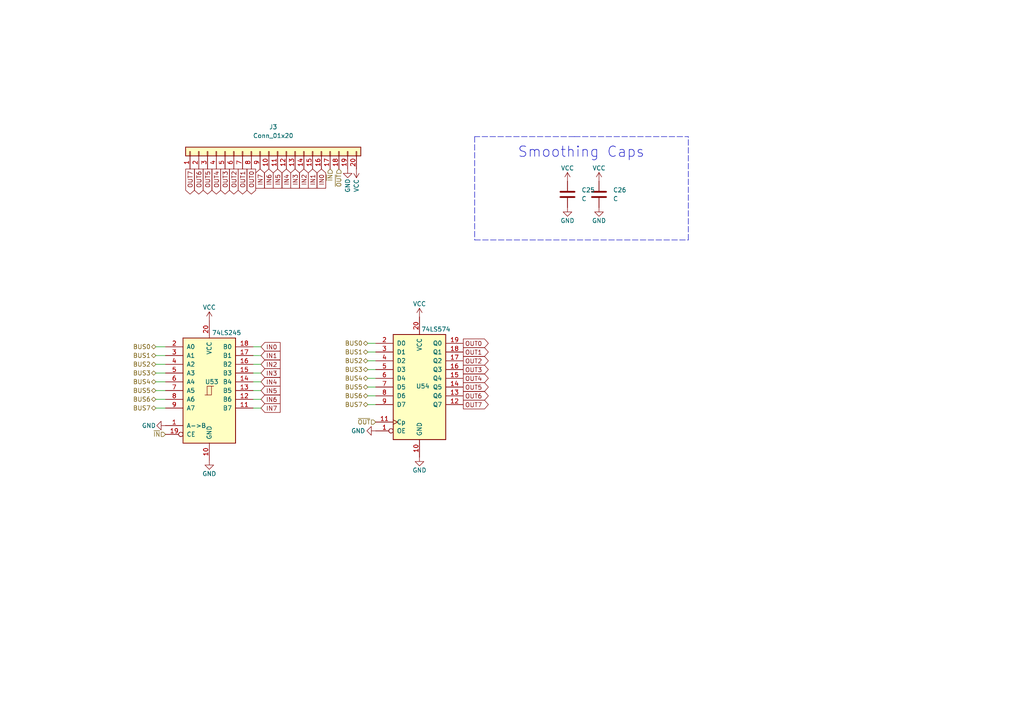
<source format=kicad_sch>
(kicad_sch (version 20211123) (generator eeschema)
  (paper "A4")
  (lib_symbols
    (symbol "74xx:74LS245" (pin_names (offset 1.016))
      (property "Reference" "U" (at -7.62 16.51 0))
      (property "Value" "74LS245" (at -7.62 -16.51 0))
      (symbol "74LS245_1_0"
        (polyline (pts (xy -0.635 -1.27) (xy -0.635 1.27) (xy 0.635 1.27)))
        (polyline (pts (xy -1.27 -1.27) (xy 0.635 -1.27) (xy 0.635 1.27) (xy 1.27 1.27)))
        (pin input line (at -12.7 -10.16 0) (length 5.08) (name "A->B") (number "1"))
        (pin power_in line (at 0 -20.32 90) (length 5.08) (name "GND") (number "10"))
        (pin tri_state line (at 12.7 -5.08 180) (length 5.08) (name "B7") (number "11"))
        (pin tri_state line (at 12.7 -2.54 180) (length 5.08) (name "B6") (number "12"))
        (pin tri_state line (at 12.7 0 180) (length 5.08) (name "B5") (number "13"))
        (pin tri_state line (at 12.7 2.54 180) (length 5.08) (name "B4") (number "14"))
        (pin tri_state line (at 12.7 5.08 180) (length 5.08) (name "B3") (number "15"))
        (pin tri_state line (at 12.7 7.62 180) (length 5.08) (name "B2") (number "16"))
        (pin tri_state line (at 12.7 10.16 180) (length 5.08) (name "B1") (number "17"))
        (pin tri_state line (at 12.7 12.7 180) (length 5.08) (name "B0") (number "18"))
        (pin input inverted (at -12.7 -12.7 0) (length 5.08) (name "CE") (number "19"))
        (pin tri_state line (at -12.7 12.7 0) (length 5.08) (name "A0") (number "2"))
        (pin power_in line (at 0 20.32 270) (length 5.08) (name "VCC") (number "20"))
        (pin tri_state line (at -12.7 10.16 0) (length 5.08) (name "A1") (number "3"))
        (pin tri_state line (at -12.7 7.62 0) (length 5.08) (name "A2") (number "4"))
        (pin tri_state line (at -12.7 5.08 0) (length 5.08) (name "A3") (number "5"))
        (pin tri_state line (at -12.7 2.54 0) (length 5.08) (name "A4") (number "6"))
        (pin tri_state line (at -12.7 0 0) (length 5.08) (name "A5") (number "7"))
        (pin tri_state line (at -12.7 -2.54 0) (length 5.08) (name "A6") (number "8"))
        (pin tri_state line (at -12.7 -5.08 0) (length 5.08) (name "A7") (number "9"))
      )
      (symbol "74LS245_1_1"
        (rectangle (start -7.62 15.24) (end 7.62 -15.24) (stroke (width 0.254)) (fill (type background)))
      )
    )
    (symbol "74xx:74LS574" (pin_names (offset 1.016))
      (property "Reference" "U" (at -7.62 16.51 0))
      (property "Value" "74LS574" (at -7.62 -16.51 0))
      (symbol "74LS574_1_0"
        (pin input inverted (at -12.7 -12.7 0) (length 5.08) (name "OE") (number "1"))
        (pin power_in line (at 0 -20.32 90) (length 5.08) (name "GND") (number "10"))
        (pin input clock (at -12.7 -10.16 0) (length 5.08) (name "Cp") (number "11"))
        (pin tri_state line (at 12.7 -5.08 180) (length 5.08) (name "Q7") (number "12"))
        (pin tri_state line (at 12.7 -2.54 180) (length 5.08) (name "Q6") (number "13"))
        (pin tri_state line (at 12.7 0 180) (length 5.08) (name "Q5") (number "14"))
        (pin tri_state line (at 12.7 2.54 180) (length 5.08) (name "Q4") (number "15"))
        (pin tri_state line (at 12.7 5.08 180) (length 5.08) (name "Q3") (number "16"))
        (pin tri_state line (at 12.7 7.62 180) (length 5.08) (name "Q2") (number "17"))
        (pin tri_state line (at 12.7 10.16 180) (length 5.08) (name "Q1") (number "18"))
        (pin tri_state line (at 12.7 12.7 180) (length 5.08) (name "Q0") (number "19"))
        (pin input line (at -12.7 12.7 0) (length 5.08) (name "D0") (number "2"))
        (pin power_in line (at 0 20.32 270) (length 5.08) (name "VCC") (number "20"))
        (pin input line (at -12.7 10.16 0) (length 5.08) (name "D1") (number "3"))
        (pin input line (at -12.7 7.62 0) (length 5.08) (name "D2") (number "4"))
        (pin input line (at -12.7 5.08 0) (length 5.08) (name "D3") (number "5"))
        (pin input line (at -12.7 2.54 0) (length 5.08) (name "D4") (number "6"))
        (pin input line (at -12.7 0 0) (length 5.08) (name "D5") (number "7"))
        (pin input line (at -12.7 -2.54 0) (length 5.08) (name "D6") (number "8"))
        (pin input line (at -12.7 -5.08 0) (length 5.08) (name "D7") (number "9"))
      )
      (symbol "74LS574_1_1"
        (rectangle (start -7.62 15.24) (end 7.62 -15.24) (stroke (width 0.254)) (fill (type background)))
      )
    )
    (symbol "Connector_Generic:Conn_01x20" (pin_names (offset 1.016) hide)
      (property "Reference" "J" (at 0 25.4 0))
      (property "Value" "Conn_01x20" (at 0 -27.94 0))
      (symbol "Conn_01x20_1_1"
        (rectangle (start -1.27 -25.273) (end 0 -25.527) (stroke (width 0.1524)))
        (rectangle (start -1.27 -22.733) (end 0 -22.987) (stroke (width 0.1524)))
        (rectangle (start -1.27 -20.193) (end 0 -20.447) (stroke (width 0.1524)))
        (rectangle (start -1.27 -17.653) (end 0 -17.907) (stroke (width 0.1524)))
        (rectangle (start -1.27 -15.113) (end 0 -15.367) (stroke (width 0.1524)))
        (rectangle (start -1.27 -12.573) (end 0 -12.827) (stroke (width 0.1524)))
        (rectangle (start -1.27 -10.033) (end 0 -10.287) (stroke (width 0.1524)))
        (rectangle (start -1.27 -7.493) (end 0 -7.747) (stroke (width 0.1524)))
        (rectangle (start -1.27 -4.953) (end 0 -5.207) (stroke (width 0.1524)))
        (rectangle (start -1.27 -2.413) (end 0 -2.667) (stroke (width 0.1524)))
        (rectangle (start -1.27 0.127) (end 0 -0.127) (stroke (width 0.1524)))
        (rectangle (start -1.27 2.667) (end 0 2.413) (stroke (width 0.1524)))
        (rectangle (start -1.27 5.207) (end 0 4.953) (stroke (width 0.1524)))
        (rectangle (start -1.27 7.747) (end 0 7.493) (stroke (width 0.1524)))
        (rectangle (start -1.27 10.287) (end 0 10.033) (stroke (width 0.1524)))
        (rectangle (start -1.27 12.827) (end 0 12.573) (stroke (width 0.1524)))
        (rectangle (start -1.27 15.367) (end 0 15.113) (stroke (width 0.1524)))
        (rectangle (start -1.27 17.907) (end 0 17.653) (stroke (width 0.1524)))
        (rectangle (start -1.27 20.447) (end 0 20.193) (stroke (width 0.1524)))
        (rectangle (start -1.27 22.987) (end 0 22.733) (stroke (width 0.1524)))
        (rectangle (start -1.27 24.13) (end 1.27 -26.67) (stroke (width 0.254)) (fill (type background)))
        (pin passive line (at -5.08 22.86 0) (length 3.81) (name "Pin_1") (number "1"))
        (pin passive line (at -5.08 0 0) (length 3.81) (name "Pin_10") (number "10"))
        (pin passive line (at -5.08 -2.54 0) (length 3.81) (name "Pin_11") (number "11"))
        (pin passive line (at -5.08 -5.08 0) (length 3.81) (name "Pin_12") (number "12"))
        (pin passive line (at -5.08 -7.62 0) (length 3.81) (name "Pin_13") (number "13"))
        (pin passive line (at -5.08 -10.16 0) (length 3.81) (name "Pin_14") (number "14"))
        (pin passive line (at -5.08 -12.7 0) (length 3.81) (name "Pin_15") (number "15"))
        (pin passive line (at -5.08 -15.24 0) (length 3.81) (name "Pin_16") (number "16"))
        (pin passive line (at -5.08 -17.78 0) (length 3.81) (name "Pin_17") (number "17"))
        (pin passive line (at -5.08 -20.32 0) (length 3.81) (name "Pin_18") (number "18"))
        (pin passive line (at -5.08 -22.86 0) (length 3.81) (name "Pin_19") (number "19"))
        (pin passive line (at -5.08 20.32 0) (length 3.81) (name "Pin_2") (number "2"))
        (pin passive line (at -5.08 -25.4 0) (length 3.81) (name "Pin_20") (number "20"))
        (pin passive line (at -5.08 17.78 0) (length 3.81) (name "Pin_3") (number "3"))
        (pin passive line (at -5.08 15.24 0) (length 3.81) (name "Pin_4") (number "4"))
        (pin passive line (at -5.08 12.7 0) (length 3.81) (name "Pin_5") (number "5"))
        (pin passive line (at -5.08 10.16 0) (length 3.81) (name "Pin_6") (number "6"))
        (pin passive line (at -5.08 7.62 0) (length 3.81) (name "Pin_7") (number "7"))
        (pin passive line (at -5.08 5.08 0) (length 3.81) (name "Pin_8") (number "8"))
        (pin passive line (at -5.08 2.54 0) (length 3.81) (name "Pin_9") (number "9"))
      )
    )
    (symbol "Device:C" (pin_numbers hide) (pin_names (offset 0.254))
      (property "Reference" "C" (at 0.635 2.54 0))
      (property "Value" "C" (at 0.635 -2.54 0))
      (symbol "C_0_1"
        (polyline (pts (xy -2.032 -0.762) (xy 2.032 -0.762)) (stroke (width 0.508)))
        (polyline (pts (xy -2.032 0.762) (xy 2.032 0.762)) (stroke (width 0.508)))
      )
      (symbol "C_1_1"
        (pin passive line (at 0 3.81 270) (length 2.794) (name "~") (number "1"))
        (pin passive line (at 0 -3.81 90) (length 2.794) (name "~") (number "2"))
      )
    )
    (symbol "power:GND" (power) (pin_names (offset 0))
      (property "Value" "GND" (at 0 -3.81 0))
      (symbol "GND_0_1"
        (polyline (pts (xy 0 0) (xy 0 -1.27) (xy 1.27 -1.27) (xy 0 -2.54) (xy -1.27 -1.27) (xy 0 -1.27)))
      )
      (symbol "GND_1_1"
        (pin power_in line (at 0 0 270) (length 0) hide (name "GND") (number "1"))
      )
    )
    (symbol "power:VCC" (power) (pin_names (offset 0))
      (property "Value" "VCC" (at 0 3.81 0))
      (symbol "VCC_0_1"
        (polyline (pts (xy -0.762 1.27) (xy 0 2.54)))
        (polyline (pts (xy 0 0) (xy 0 2.54)))
        (polyline (pts (xy 0 2.54) (xy 0.762 1.27)))
      )
      (symbol "VCC_1_1"
        (pin power_in line (at 0 0 90) (length 0) hide (name "VCC") (number "1"))
      )
    )
  )
  (wire (pts (xy 45.212 110.744) (xy 48.006 110.744)))
  (wire (pts (xy 45.212 108.204) (xy 48.006 108.204)))
  (wire (pts (xy 45.212 115.824) (xy 48.006 115.824)))
  (wire (pts (xy 75.692 105.664) (xy 73.406 105.664)))
  (wire (pts (xy 45.212 105.664) (xy 48.006 105.664)))
  (wire (pts (xy 45.212 100.584) (xy 48.006 100.584)))
  (wire (pts (xy 45.212 113.284) (xy 48.006 113.284)))
  (wire (pts (xy 75.692 103.124) (xy 73.406 103.124)))
  (wire (pts (xy 106.68 109.728) (xy 108.966 109.728)))
  (wire (pts (xy 75.692 118.364) (xy 73.406 118.364)))
  (wire (pts (xy 75.692 108.204) (xy 73.406 108.204)))
  (wire (pts (xy 106.68 99.568) (xy 108.966 99.568)))
  (wire (pts (xy 75.692 113.284) (xy 73.406 113.284)))
  (wire (pts (xy 106.68 104.648) (xy 108.966 104.648)))
  (wire (pts (xy 45.212 118.364) (xy 48.006 118.364)))
  (wire (pts (xy 75.692 110.744) (xy 73.406 110.744)))
  (wire (pts (xy 106.68 102.108) (xy 108.966 102.108)))
  (wire (pts (xy 106.68 114.808) (xy 108.966 114.808)))
  (polyline (pts (xy 137.668 39.624) (xy 137.668 69.596)))
  (polyline (pts (xy 166.624 39.624) (xy 137.668 39.624)))
  (polyline (pts (xy 199.644 69.596) (xy 199.644 39.624)))
  (wire (pts (xy 106.68 117.348) (xy 108.966 117.348)))
  (polyline (pts (xy 166.624 39.624) (xy 199.644 39.624)))
  (wire (pts (xy 75.692 115.824) (xy 73.406 115.824)))
  (wire (pts (xy 45.212 103.124) (xy 48.006 103.124)))
  (wire (pts (xy 75.692 100.584) (xy 73.406 100.584)))
  (wire (pts (xy 106.68 107.188) (xy 108.966 107.188)))
  (wire (pts (xy 106.68 112.268) (xy 108.966 112.268)))
  (polyline (pts (xy 137.668 69.596) (xy 199.644 69.596)))
  (text "Smoothing Caps" (at 150.114 45.974 0) (effects (font (size 3 3)) (justify left bottom)))
  (global_label "OUT4" (shape output) (at 134.366 109.728 0) (property "Intersheet References" "${INTERSHEET_REFS}" (effects hide)))
  (global_label "OUT3" (shape output) (at 134.366 107.188 0) (property "Intersheet References" "${INTERSHEET_REFS}" (effects hide)))
  (global_label "OUT3" (shape output) (at 65.278 49.022 270) (property "Intersheet References" "${INTERSHEET_REFS}" (effects hide)))
  (global_label "IN3" (shape input) (at 85.598 49.022 270) (property "Intersheet References" "${INTERSHEET_REFS}" (effects hide)))
  (global_label "IN7" (shape input) (at 75.438 49.022 270) (property "Intersheet References" "${INTERSHEET_REFS}" (effects hide)))
  (global_label "IN2" (shape input) (at 75.692 105.664 0) (property "Intersheet References" "${INTERSHEET_REFS}" (effects hide)))
  (global_label "IN0" (shape input) (at 93.218 49.022 270) (property "Intersheet References" "${INTERSHEET_REFS}" (effects hide)))
  (global_label "IN2" (shape input) (at 88.138 49.022 270) (property "Intersheet References" "${INTERSHEET_REFS}" (effects hide)))
  (global_label "OUT1" (shape output) (at 70.358 49.022 270) (property "Intersheet References" "${INTERSHEET_REFS}" (effects hide)))
  (global_label "OUT0" (shape output) (at 134.366 99.568 0) (property "Intersheet References" "${INTERSHEET_REFS}" (effects hide)))
  (global_label "OUT7" (shape output) (at 134.366 117.348 0) (property "Intersheet References" "${INTERSHEET_REFS}" (effects hide)))
  (global_label "OUT6" (shape output) (at 134.366 114.808 0) (property "Intersheet References" "${INTERSHEET_REFS}" (effects hide)))
  (global_label "OUT2" (shape output) (at 67.818 49.022 270) (property "Intersheet References" "${INTERSHEET_REFS}" (effects hide)))
  (global_label "IN4" (shape input) (at 75.692 110.744 0) (property "Intersheet References" "${INTERSHEET_REFS}" (effects hide)))
  (global_label "OUT2" (shape output) (at 134.366 104.648 0) (property "Intersheet References" "${INTERSHEET_REFS}" (effects hide)))
  (global_label "IN1" (shape input) (at 75.692 103.124 0) (property "Intersheet References" "${INTERSHEET_REFS}" (effects hide)))
  (global_label "OUT0" (shape output) (at 72.898 49.022 270) (property "Intersheet References" "${INTERSHEET_REFS}" (effects hide)))
  (global_label "IN1" (shape input) (at 90.678 49.022 270) (property "Intersheet References" "${INTERSHEET_REFS}" (effects hide)))
  (global_label "IN6" (shape input) (at 75.692 115.824 0) (property "Intersheet References" "${INTERSHEET_REFS}" (effects hide)))
  (global_label "IN6" (shape input) (at 77.978 49.022 270) (property "Intersheet References" "${INTERSHEET_REFS}" (effects hide)))
  (global_label "IN7" (shape input) (at 75.692 118.364 0) (property "Intersheet References" "${INTERSHEET_REFS}" (effects hide)))
  (global_label "IN4" (shape input) (at 83.058 49.022 270) (property "Intersheet References" "${INTERSHEET_REFS}" (effects hide)))
  (global_label "OUT5" (shape output) (at 134.366 112.268 0) (property "Intersheet References" "${INTERSHEET_REFS}" (effects hide)))
  (global_label "IN3" (shape input) (at 75.692 108.204 0) (property "Intersheet References" "${INTERSHEET_REFS}" (effects hide)))
  (global_label "OUT7" (shape output) (at 55.118 49.022 270) (property "Intersheet References" "${INTERSHEET_REFS}" (effects hide)))
  (global_label "OUT1" (shape output) (at 134.366 102.108 0) (property "Intersheet References" "${INTERSHEET_REFS}" (effects hide)))
  (global_label "IN5" (shape input) (at 75.692 113.284 0) (property "Intersheet References" "${INTERSHEET_REFS}" (effects hide)))
  (global_label "OUT6" (shape output) (at 57.658 49.022 270) (property "Intersheet References" "${INTERSHEET_REFS}" (effects hide)))
  (global_label "OUT4" (shape output) (at 62.738 49.022 270) (property "Intersheet References" "${INTERSHEET_REFS}" (effects hide)))
  (global_label "IN5" (shape input) (at 80.518 49.022 270) (property "Intersheet References" "${INTERSHEET_REFS}" (effects hide)))
  (global_label "OUT5" (shape output) (at 60.198 49.022 270) (property "Intersheet References" "${INTERSHEET_REFS}" (effects hide)))
  (global_label "IN0" (shape input) (at 75.692 100.584 0) (property "Intersheet References" "${INTERSHEET_REFS}" (effects hide)))
  (hierarchical_label "BUS1" (shape tri_state) (at 45.212 103.124 180))
  (hierarchical_label "~{IN}" (shape input) (at 95.758 49.022 270))
  (hierarchical_label "BUS3" (shape tri_state) (at 45.212 108.204 180))
  (hierarchical_label "BUS5" (shape tri_state) (at 45.212 113.284 180))
  (hierarchical_label "BUS5" (shape tri_state) (at 106.68 112.268 180))
  (hierarchical_label "~{IN}" (shape input) (at 48.006 125.984 180))
  (hierarchical_label "BUS2" (shape tri_state) (at 106.68 104.648 180))
  (hierarchical_label "BUS0" (shape tri_state) (at 106.68 99.568 180))
  (hierarchical_label "BUS2" (shape tri_state) (at 45.212 105.664 180))
  (hierarchical_label "~{OUT}" (shape input) (at 98.298 49.022 270))
  (hierarchical_label "BUS0" (shape tri_state) (at 45.212 100.584 180))
  (hierarchical_label "BUS4" (shape tri_state) (at 106.68 109.728 180))
  (hierarchical_label "BUS1" (shape tri_state) (at 106.68 102.108 180))
  (hierarchical_label "BUS3" (shape tri_state) (at 106.68 107.188 180))
  (hierarchical_label "BUS7" (shape tri_state) (at 106.68 117.348 180))
  (hierarchical_label "~{OUT}" (shape input) (at 108.966 122.428 180))
  (hierarchical_label "BUS4" (shape tri_state) (at 45.212 110.744 180))
  (hierarchical_label "BUS6" (shape tri_state) (at 45.212 115.824 180))
  (hierarchical_label "BUS6" (shape tri_state) (at 106.68 114.808 180))
  (hierarchical_label "BUS7" (shape tri_state) (at 45.212 118.364 180))
  (symbol (lib_id "power:VCC") (at 121.666 91.948 0) (unit 1)
    (property "Reference" "#PWR0230" (effects hide))
    (property "Value" "VCC" (at 121.666 88.138 0))
  )
  (symbol (lib_id "power:GND") (at 108.966 124.968 270) (unit 1)
    (property "Reference" "#PWR0229" (effects hide))
    (property "Value" "GND" (at 103.886 124.968 90))
  )
  (symbol (lib_id "Connector_Generic:Conn_01x20") (at 77.978 43.942 90) (unit 1)
    (property "Reference" "J3" (at 79.248 36.83 90))
    (property "Value" "Conn_01x20" (at 79.248 39.37 90))
    (property "Footprint" "Connector_PinHeader_2.54mm:PinHeader_1x20_P2.54mm_Horizontal" (effects hide))
  )
  (symbol (lib_id "74xx:74LS245") (at 60.706 113.284 0) (unit 1)
    (property "Reference" "U53" (at 59.436 110.744 0) (effects (justify left)))
    (property "Value" "74LS245" (at 61.468 96.52 0) (effects (justify left)))
    (property "Footprint" "Package_SO:TSSOP-20_4.4x6.5mm_P0.65mm" (effects hide))
    (property "Datasheet" "http://www.ti.com/lit/gpn/sn74LS245" (effects hide))
  )
  (symbol (lib_id "power:VCC") (at 60.706 92.964 0) (unit 1)
    (property "Reference" "#PWR0225" (effects hide))
    (property "Value" "VCC" (at 60.706 89.154 0))
  )
  (symbol (lib_id "74xx:74LS574") (at 121.666 112.268 0) (unit 1)
    (property "Reference" "U54" (at 120.65 112.014 0) (effects (justify left)))
    (property "Value" "74LS574" (at 122.174 95.504 0) (effects (justify left)))
    (property "Footprint" "Package_SO:TSSOP-20_4.4x6.5mm_P0.65mm" (effects hide))
    (property "Datasheet" "http://www.ti.com/lit/gpn/sn74LS574" (effects hide))
  )
  (symbol (lib_id "power:VCC") (at 173.736 52.578 0) (unit 1)
    (property "Reference" "#PWR0234" (effects hide))
    (property "Value" "VCC" (at 173.736 48.768 0))
  )
  (symbol (lib_id "power:GND") (at 173.736 60.198 0) (unit 1)
    (property "Reference" "#PWR0235" (effects hide))
    (property "Value" "GND" (at 173.736 64.008 0))
  )
  (symbol (lib_id "power:VCC") (at 164.592 52.578 0) (unit 1)
    (property "Reference" "#PWR0232" (effects hide))
    (property "Value" "VCC" (at 164.592 48.768 0))
  )
  (symbol (lib_id "power:GND") (at 164.592 60.198 0) (unit 1)
    (property "Reference" "#PWR0233" (effects hide))
    (property "Value" "GND" (at 164.592 64.008 0))
  )
  (symbol (lib_id "Device:C") (at 173.736 56.388 0) (unit 1)
    (property "Reference" "C26" (at 177.8 55.1179 0) (effects (justify left)))
    (property "Value" "C" (at 177.8 57.6579 0) (effects (justify left)))
    (property "Footprint" "Capacitor_SMD:C_0805_2012Metric" (effects hide))
  )
  (symbol (lib_id "power:GND") (at 48.006 123.444 270) (unit 1)
    (property "Reference" "#PWR0224" (effects hide))
    (property "Value" "GND" (at 43.18 123.444 90))
  )
  (symbol (lib_id "power:GND") (at 100.838 49.022 0) (unit 1)
    (property "Reference" "#PWR0227" (effects hide))
    (property "Value" "GND" (at 100.838 53.848 90))
  )
  (symbol (lib_id "power:GND") (at 60.706 133.604 0) (unit 1)
    (property "Reference" "#PWR0226" (effects hide))
    (property "Value" "GND" (at 60.706 137.414 0))
  )
  (symbol (lib_id "Device:C") (at 164.592 56.388 0) (unit 1)
    (property "Reference" "C25" (at 168.656 55.1179 0) (effects (justify left)))
    (property "Value" "C" (at 168.656 57.6579 0) (effects (justify left)))
    (property "Footprint" "Capacitor_SMD:C_0805_2012Metric" (effects hide))
  )
  (symbol (lib_id "power:GND") (at 121.666 132.588 0) (unit 1)
    (property "Reference" "#PWR0231" (effects hide))
    (property "Value" "GND" (at 121.666 136.398 0))
  )
  (symbol (lib_id "power:VCC") (at 103.378 49.022 180) (unit 1)
    (property "Reference" "#PWR0228" (effects hide))
    (property "Value" "VCC" (at 103.378 53.848 90))
  )
)
</source>
